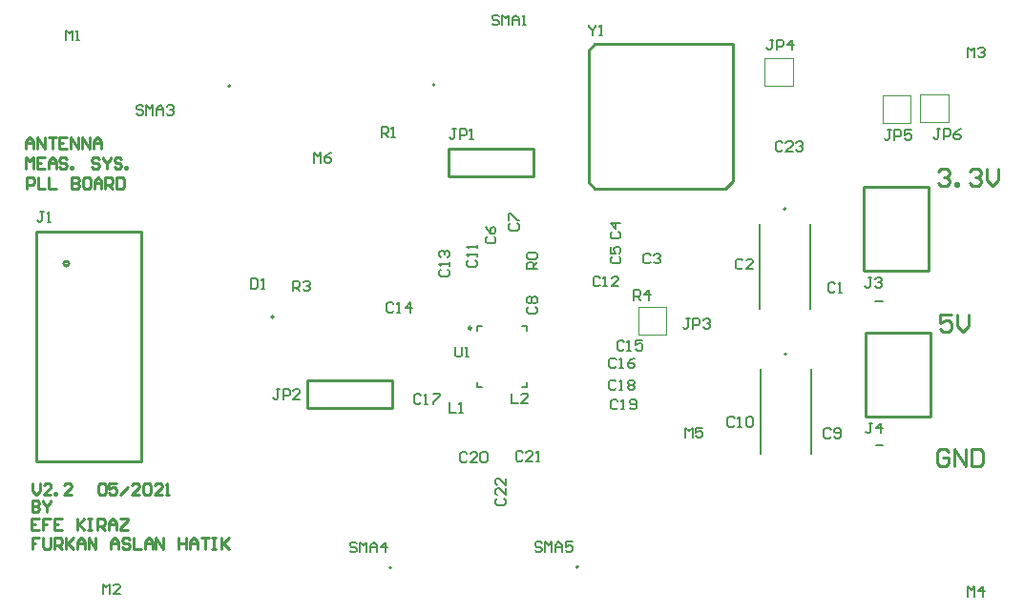
<source format=gto>
G04*
G04 #@! TF.GenerationSoftware,Altium Limited,Altium Designer,21.1.1 (26)*
G04*
G04 Layer_Color=65535*
%FSLAX43Y43*%
%MOMM*%
G71*
G04*
G04 #@! TF.SameCoordinates,7D77D7A2-79D2-47A9-8A17-8AFE765D4546*
G04*
G04*
G04 #@! TF.FilePolarity,Positive*
G04*
G01*
G75*
%ADD10C,0.200*%
%ADD11C,0.250*%
%ADD12C,0.254*%
%ADD13C,0.050*%
%ADD14C,0.127*%
%ADD15C,0.180*%
G54D10*
X50548Y7325D02*
G03*
X50548Y7325I-100J0D01*
G01*
X37810Y50143D02*
G03*
X37810Y50143I-100J0D01*
G01*
X19698Y50025D02*
G03*
X19698Y50025I-100J0D01*
G01*
X33948Y7250D02*
G03*
X33948Y7250I-100J0D01*
G01*
X68960Y39110D02*
G03*
X68960Y39110I-100J0D01*
G01*
X69030Y26230D02*
G03*
X69030Y26230I-100J0D01*
G01*
X23510Y29525D02*
G03*
X23510Y29525I-100J0D01*
G01*
X41593Y28281D02*
Y28681D01*
X41993D01*
X45593D02*
X45993D01*
Y28281D02*
Y28681D01*
Y23281D02*
Y23681D01*
X45593Y23281D02*
X45993D01*
X41593D02*
Y23681D01*
Y23281D02*
X41993D01*
G54D11*
X41068Y28531D02*
G03*
X41068Y28531I-125J0D01*
G01*
G54D12*
X5347Y34250D02*
G03*
X5347Y34250I-224J0D01*
G01*
X64275Y41560D02*
Y53735D01*
X63625Y40910D02*
X64275Y41560D01*
X51450Y41460D02*
X52000Y40910D01*
X63625D01*
X52025Y53735D02*
X64275D01*
X51450Y53160D02*
X52025Y53735D01*
X51450Y41460D02*
Y53160D01*
X75875Y41050D02*
X81625D01*
Y33650D02*
Y41050D01*
X75875Y33650D02*
X81625D01*
X75875D02*
Y41050D01*
X76035Y20690D02*
Y28090D01*
Y20690D02*
X81785D01*
Y28090D01*
X76035D02*
X81785D01*
X34023Y22650D02*
Y23900D01*
X26523D02*
X34023D01*
X26523Y21400D02*
Y23900D01*
Y21400D02*
X34023D01*
Y22650D01*
X46573Y42000D02*
Y43250D01*
X39073Y42000D02*
X46573D01*
X39073D02*
Y44500D01*
X46573D01*
Y43250D02*
Y44500D01*
X2473Y37125D02*
X11773D01*
X2473Y16650D02*
Y37125D01*
X11773Y16650D02*
Y37125D01*
X8623Y16650D02*
X11773D01*
X2473D02*
X8623D01*
X1534Y44493D02*
Y45160D01*
X1867Y45493D01*
X2200Y45160D01*
Y44493D01*
Y44993D01*
X1534D01*
X2534Y44493D02*
Y45493D01*
X3200Y44493D01*
Y45493D01*
X3533D02*
X4200D01*
X3867D01*
Y44493D01*
X5199Y45493D02*
X4533D01*
Y44493D01*
X5199D01*
X4533Y44993D02*
X4866D01*
X5533Y44493D02*
Y45493D01*
X6199Y44493D01*
Y45493D01*
X6532Y44493D02*
Y45493D01*
X7199Y44493D01*
Y45493D01*
X7532Y44493D02*
Y45160D01*
X7865Y45493D01*
X8199Y45160D01*
Y44493D01*
Y44993D01*
X7532D01*
X1534Y42684D02*
Y43684D01*
X1867Y43350D01*
X2200Y43684D01*
Y42684D01*
X3200Y43684D02*
X2534D01*
Y42684D01*
X3200D01*
X2534Y43184D02*
X2867D01*
X3533Y42684D02*
Y43350D01*
X3867Y43684D01*
X4200Y43350D01*
Y42684D01*
Y43184D01*
X3533D01*
X5199Y43517D02*
X5033Y43684D01*
X4700D01*
X4533Y43517D01*
Y43350D01*
X4700Y43184D01*
X5033D01*
X5199Y43017D01*
Y42851D01*
X5033Y42684D01*
X4700D01*
X4533Y42851D01*
X5533Y42684D02*
Y42851D01*
X5699D01*
Y42684D01*
X5533D01*
X8032Y43517D02*
X7865Y43684D01*
X7532D01*
X7365Y43517D01*
Y43350D01*
X7532Y43184D01*
X7865D01*
X8032Y43017D01*
Y42851D01*
X7865Y42684D01*
X7532D01*
X7365Y42851D01*
X8365Y43684D02*
Y43517D01*
X8698Y43184D01*
X9032Y43517D01*
Y43684D01*
X8698Y43184D02*
Y42684D01*
X10031Y43517D02*
X9865Y43684D01*
X9531D01*
X9365Y43517D01*
Y43350D01*
X9531Y43184D01*
X9865D01*
X10031Y43017D01*
Y42851D01*
X9865Y42684D01*
X9531D01*
X9365Y42851D01*
X10364Y42684D02*
Y42851D01*
X10531D01*
Y42684D01*
X10364D01*
X1594Y40944D02*
Y41944D01*
X2094D01*
X2260Y41777D01*
Y41444D01*
X2094Y41277D01*
X1594D01*
X2594Y41944D02*
Y40944D01*
X3260D01*
X3593Y41944D02*
Y40944D01*
X4260D01*
X5593Y41944D02*
Y40944D01*
X6093D01*
X6259Y41111D01*
Y41277D01*
X6093Y41444D01*
X5593D01*
X6093D01*
X6259Y41610D01*
Y41777D01*
X6093Y41944D01*
X5593D01*
X7092D02*
X6759D01*
X6592Y41777D01*
Y41111D01*
X6759Y40944D01*
X7092D01*
X7259Y41111D01*
Y41777D01*
X7092Y41944D01*
X7592Y40944D02*
Y41610D01*
X7925Y41944D01*
X8259Y41610D01*
Y40944D01*
Y41444D01*
X7592D01*
X8592Y40944D02*
Y41944D01*
X9092D01*
X9258Y41777D01*
Y41444D01*
X9092Y41277D01*
X8592D01*
X8925D02*
X9258Y40944D01*
X9591Y41944D02*
Y40944D01*
X10091D01*
X10258Y41111D01*
Y41777D01*
X10091Y41944D01*
X9591D01*
X2104Y14734D02*
Y14067D01*
X2437Y13734D01*
X2770Y14067D01*
Y14734D01*
X3770Y13734D02*
X3104D01*
X3770Y14400D01*
Y14567D01*
X3604Y14734D01*
X3270D01*
X3104Y14567D01*
X4103Y13734D02*
Y13901D01*
X4270D01*
Y13734D01*
X4103D01*
X5603D02*
X4936D01*
X5603Y14400D01*
Y14567D01*
X5436Y14734D01*
X5103D01*
X4936Y14567D01*
X7935D02*
X8102Y14734D01*
X8435D01*
X8602Y14567D01*
Y13901D01*
X8435Y13734D01*
X8102D01*
X7935Y13901D01*
Y14567D01*
X9602Y14734D02*
X8935D01*
Y14234D01*
X9268Y14400D01*
X9435D01*
X9602Y14234D01*
Y13901D01*
X9435Y13734D01*
X9102D01*
X8935Y13901D01*
X9935Y13734D02*
X10601Y14400D01*
X11601Y13734D02*
X10934D01*
X11601Y14400D01*
Y14567D01*
X11434Y14734D01*
X11101D01*
X10934Y14567D01*
X11934D02*
X12101Y14734D01*
X12434D01*
X12601Y14567D01*
Y13901D01*
X12434Y13734D01*
X12101D01*
X11934Y13901D01*
Y14567D01*
X13600Y13734D02*
X12934D01*
X13600Y14400D01*
Y14567D01*
X13434Y14734D01*
X13100D01*
X12934Y14567D01*
X13934Y13734D02*
X14267D01*
X14100D01*
Y14734D01*
X13934Y14567D01*
X2750Y9894D02*
X2084D01*
Y9394D01*
X2417D01*
X2084D01*
Y8894D01*
X3084Y9894D02*
Y9061D01*
X3250Y8894D01*
X3584D01*
X3750Y9061D01*
Y9894D01*
X4083Y8894D02*
Y9894D01*
X4583D01*
X4750Y9727D01*
Y9394D01*
X4583Y9227D01*
X4083D01*
X4417D02*
X4750Y8894D01*
X5083Y9894D02*
Y8894D01*
Y9227D01*
X5749Y9894D01*
X5250Y9394D01*
X5749Y8894D01*
X6083D02*
Y9560D01*
X6416Y9894D01*
X6749Y9560D01*
Y8894D01*
Y9394D01*
X6083D01*
X7082Y8894D02*
Y9894D01*
X7749Y8894D01*
Y9894D01*
X9082Y8894D02*
Y9560D01*
X9415Y9894D01*
X9748Y9560D01*
Y8894D01*
Y9394D01*
X9082D01*
X10748Y9727D02*
X10581Y9894D01*
X10248D01*
X10081Y9727D01*
Y9560D01*
X10248Y9394D01*
X10581D01*
X10748Y9227D01*
Y9061D01*
X10581Y8894D01*
X10248D01*
X10081Y9061D01*
X11081Y9894D02*
Y8894D01*
X11748D01*
X12081D02*
Y9560D01*
X12414Y9894D01*
X12747Y9560D01*
Y8894D01*
Y9394D01*
X12081D01*
X13080Y8894D02*
Y9894D01*
X13747Y8894D01*
Y9894D01*
X15080D02*
Y8894D01*
Y9394D01*
X15746D01*
Y9894D01*
Y8894D01*
X16079D02*
Y9560D01*
X16413Y9894D01*
X16746Y9560D01*
Y8894D01*
Y9394D01*
X16079D01*
X17079Y9894D02*
X17746D01*
X17412D01*
Y8894D01*
X18079Y9894D02*
X18412D01*
X18245D01*
Y8894D01*
X18079D01*
X18412D01*
X18912Y9894D02*
Y8894D01*
Y9227D01*
X19578Y9894D01*
X19079Y9394D01*
X19578Y8894D01*
X2084Y13214D02*
Y12214D01*
X2584D01*
X2750Y12381D01*
Y12547D01*
X2584Y12714D01*
X2084D01*
X2584D01*
X2750Y12880D01*
Y13047D01*
X2584Y13214D01*
X2084D01*
X3084D02*
Y13047D01*
X3417Y12714D01*
X3750Y13047D01*
Y13214D01*
X3417Y12714D02*
Y12214D01*
X2730Y11604D02*
X2064D01*
Y10604D01*
X2730D01*
X2064Y11104D02*
X2397D01*
X3730Y11604D02*
X3064D01*
Y11104D01*
X3397D01*
X3064D01*
Y10604D01*
X4730Y11604D02*
X4063D01*
Y10604D01*
X4730D01*
X4063Y11104D02*
X4397D01*
X6063Y11604D02*
Y10604D01*
Y10937D01*
X6729Y11604D01*
X6229Y11104D01*
X6729Y10604D01*
X7062Y11604D02*
X7396D01*
X7229D01*
Y10604D01*
X7062D01*
X7396D01*
X7895D02*
Y11604D01*
X8395D01*
X8562Y11437D01*
Y11104D01*
X8395Y10937D01*
X7895D01*
X8229D02*
X8562Y10604D01*
X8895D02*
Y11270D01*
X9228Y11604D01*
X9562Y11270D01*
Y10604D01*
Y11104D01*
X8895D01*
X9895Y11604D02*
X10561D01*
Y11437D01*
X9895Y10771D01*
Y10604D01*
X10561D01*
X82504Y42394D02*
X82758Y42648D01*
X83266D01*
X83520Y42394D01*
Y42140D01*
X83266Y41886D01*
X83012D01*
X83266D01*
X83520Y41632D01*
Y41378D01*
X83266Y41124D01*
X82758D01*
X82504Y41378D01*
X84028Y41124D02*
Y41378D01*
X84281D01*
Y41124D01*
X84028D01*
X85297Y42394D02*
X85551Y42648D01*
X86059D01*
X86313Y42394D01*
Y42140D01*
X86059Y41886D01*
X85805D01*
X86059D01*
X86313Y41632D01*
Y41378D01*
X86059Y41124D01*
X85551D01*
X85297Y41378D01*
X86821Y42648D02*
Y41632D01*
X87328Y41124D01*
X87836Y41632D01*
Y42648D01*
X83390Y17534D02*
X83136Y17788D01*
X82628D01*
X82374Y17534D01*
Y16518D01*
X82628Y16264D01*
X83136D01*
X83390Y16518D01*
Y17026D01*
X82882D01*
X83898Y16264D02*
Y17788D01*
X84913Y16264D01*
Y17788D01*
X85421D02*
Y16264D01*
X86183D01*
X86437Y16518D01*
Y17534D01*
X86183Y17788D01*
X85421D01*
X83650Y29758D02*
X82634D01*
Y28996D01*
X83142Y29250D01*
X83396D01*
X83650Y28996D01*
Y28488D01*
X83396Y28234D01*
X82888D01*
X82634Y28488D01*
X84158Y29758D02*
Y28742D01*
X84665Y28234D01*
X85173Y28742D01*
Y29758D01*
G54D13*
X67100Y50028D02*
Y52502D01*
X69575D01*
X67100Y50028D02*
X69575D01*
Y52502D01*
X58375Y27917D02*
Y30392D01*
X55900Y27917D02*
X58375D01*
X55900Y30392D02*
X58375D01*
X55900Y27917D02*
Y30392D01*
X83365Y46838D02*
Y49312D01*
X80890Y46838D02*
X83365D01*
X80890Y49312D02*
X83365D01*
X80890Y46838D02*
Y49312D01*
X79995Y46748D02*
Y49222D01*
X77520Y46748D02*
X79995D01*
X77520Y49222D02*
X79995D01*
X77520Y46748D02*
Y49222D01*
G54D14*
X66610Y30280D02*
Y37780D01*
X71110Y30280D02*
Y37780D01*
X66680Y17400D02*
Y24900D01*
X71180Y17400D02*
Y24900D01*
G54D15*
X27120Y43220D02*
Y44120D01*
X27420Y43820D01*
X27720Y44120D01*
Y43220D01*
X28620Y44120D02*
X28320Y43970D01*
X28020Y43670D01*
Y43370D01*
X28170Y43220D01*
X28470D01*
X28620Y43370D01*
Y43520D01*
X28470Y43670D01*
X28020D01*
X60070Y18790D02*
Y19690D01*
X60370Y19390D01*
X60670Y19690D01*
Y18790D01*
X61570Y19690D02*
X60970D01*
Y19240D01*
X61270Y19390D01*
X61420D01*
X61570Y19240D01*
Y18940D01*
X61420Y18790D01*
X61120D01*
X60970Y18940D01*
X68660Y44980D02*
X68510Y45130D01*
X68210D01*
X68060Y44980D01*
Y44380D01*
X68210Y44230D01*
X68510D01*
X68660Y44380D01*
X69560Y44230D02*
X68960D01*
X69560Y44830D01*
Y44980D01*
X69410Y45130D01*
X69110D01*
X68960Y44980D01*
X69860D02*
X70010Y45130D01*
X70310D01*
X70460Y44980D01*
Y44830D01*
X70310Y44680D01*
X70160D01*
X70310D01*
X70460Y44530D01*
Y44380D01*
X70310Y44230D01*
X70010D01*
X69860Y44380D01*
X82660Y46200D02*
X82360D01*
X82510D01*
Y45450D01*
X82360Y45300D01*
X82210D01*
X82060Y45450D01*
X82960Y45300D02*
Y46200D01*
X83410D01*
X83560Y46050D01*
Y45750D01*
X83410Y45600D01*
X82960D01*
X84460Y46200D02*
X84160Y46050D01*
X83860Y45750D01*
Y45450D01*
X84010Y45300D01*
X84310D01*
X84460Y45450D01*
Y45600D01*
X84310Y45750D01*
X83860D01*
X78300Y46130D02*
X78000D01*
X78150D01*
Y45380D01*
X78000Y45230D01*
X77850D01*
X77700Y45380D01*
X78600Y45230D02*
Y46130D01*
X79050D01*
X79200Y45980D01*
Y45680D01*
X79050Y45530D01*
X78600D01*
X80100Y46130D02*
X79500D01*
Y45680D01*
X79800Y45830D01*
X79950D01*
X80100Y45680D01*
Y45380D01*
X79950Y45230D01*
X79650D01*
X79500Y45380D01*
X67858Y54148D02*
X67558D01*
X67708D01*
Y53398D01*
X67558Y53248D01*
X67408D01*
X67258Y53398D01*
X68158Y53248D02*
Y54148D01*
X68607D01*
X68757Y53998D01*
Y53698D01*
X68607Y53548D01*
X68158D01*
X69507Y53248D02*
Y54148D01*
X69057Y53698D01*
X69657D01*
X60440Y29390D02*
X60140D01*
X60290D01*
Y28640D01*
X60140Y28490D01*
X59990D01*
X59840Y28640D01*
X60740Y28490D02*
Y29390D01*
X61190D01*
X61340Y29240D01*
Y28940D01*
X61190Y28790D01*
X60740D01*
X61640Y29240D02*
X61790Y29390D01*
X62090D01*
X62240Y29240D01*
Y29090D01*
X62090Y28940D01*
X61940D01*
X62090D01*
X62240Y28790D01*
Y28640D01*
X62090Y28490D01*
X61790D01*
X61640Y28640D01*
X85120Y4700D02*
Y5600D01*
X85420Y5300D01*
X85720Y5600D01*
Y4700D01*
X86470D02*
Y5600D01*
X86020Y5150D01*
X86620D01*
X85100Y52570D02*
Y53470D01*
X85400Y53170D01*
X85700Y53470D01*
Y52570D01*
X86000Y53320D02*
X86150Y53470D01*
X86450D01*
X86600Y53320D01*
Y53170D01*
X86450Y53020D01*
X86300D01*
X86450D01*
X86600Y52870D01*
Y52720D01*
X86450Y52570D01*
X86150D01*
X86000Y52720D01*
X8380Y4900D02*
Y5800D01*
X8680Y5500D01*
X8980Y5800D01*
Y4900D01*
X9880D02*
X9280D01*
X9880Y5500D01*
Y5650D01*
X9730Y5800D01*
X9430D01*
X9280Y5650D01*
X5090Y54100D02*
Y55000D01*
X5390Y54700D01*
X5690Y55000D01*
Y54100D01*
X5990D02*
X6290D01*
X6140D01*
Y55000D01*
X5990Y54850D01*
X39620Y26880D02*
Y26130D01*
X39770Y25980D01*
X40070D01*
X40220Y26130D01*
Y26880D01*
X40520Y25980D02*
X40820D01*
X40670D01*
Y26880D01*
X40520Y26730D01*
X51510Y55443D02*
Y55293D01*
X51810Y54993D01*
X52110Y55293D01*
Y55443D01*
X51810Y54993D02*
Y54543D01*
X52410D02*
X52709D01*
X52560D01*
Y55443D01*
X52410Y55293D01*
X47310Y9390D02*
X47160Y9540D01*
X46860D01*
X46711Y9390D01*
Y9240D01*
X46860Y9090D01*
X47160D01*
X47310Y8940D01*
Y8790D01*
X47160Y8640D01*
X46860D01*
X46711Y8790D01*
X47610Y8640D02*
Y9540D01*
X47910Y9240D01*
X48210Y9540D01*
Y8640D01*
X48510D02*
Y9240D01*
X48810Y9540D01*
X49110Y9240D01*
Y8640D01*
Y9090D01*
X48510D01*
X50009Y9540D02*
X49410D01*
Y9090D01*
X49710Y9240D01*
X49860D01*
X50009Y9090D01*
Y8790D01*
X49860Y8640D01*
X49560D01*
X49410Y8790D01*
X30890Y9370D02*
X30740Y9520D01*
X30440D01*
X30291Y9370D01*
Y9220D01*
X30440Y9070D01*
X30740D01*
X30890Y8920D01*
Y8770D01*
X30740Y8620D01*
X30440D01*
X30291Y8770D01*
X31190Y8620D02*
Y9520D01*
X31490Y9220D01*
X31790Y9520D01*
Y8620D01*
X32090D02*
Y9220D01*
X32390Y9520D01*
X32690Y9220D01*
Y8620D01*
Y9070D01*
X32090D01*
X33440Y8620D02*
Y9520D01*
X32990Y9070D01*
X33589D01*
X11930Y48200D02*
X11780Y48350D01*
X11480D01*
X11331Y48200D01*
Y48050D01*
X11480Y47900D01*
X11780D01*
X11930Y47750D01*
Y47600D01*
X11780Y47450D01*
X11480D01*
X11331Y47600D01*
X12230Y47450D02*
Y48350D01*
X12530Y48050D01*
X12830Y48350D01*
Y47450D01*
X13130D02*
Y48050D01*
X13430Y48350D01*
X13730Y48050D01*
Y47450D01*
Y47900D01*
X13130D01*
X14030Y48200D02*
X14180Y48350D01*
X14480D01*
X14629Y48200D01*
Y48050D01*
X14480Y47900D01*
X14330D01*
X14480D01*
X14629Y47750D01*
Y47600D01*
X14480Y47450D01*
X14180D01*
X14030Y47600D01*
X43500Y56190D02*
X43350Y56340D01*
X43050D01*
X42900Y56190D01*
Y56040D01*
X43050Y55890D01*
X43350D01*
X43500Y55740D01*
Y55590D01*
X43350Y55440D01*
X43050D01*
X42900Y55590D01*
X43800Y55440D02*
Y56340D01*
X44100Y56040D01*
X44400Y56340D01*
Y55440D01*
X44700D02*
Y56040D01*
X45000Y56340D01*
X45300Y56040D01*
Y55440D01*
Y55890D01*
X44700D01*
X45600Y55440D02*
X45900D01*
X45750D01*
Y56340D01*
X45600Y56190D01*
X55480Y31030D02*
Y31930D01*
X55930D01*
X56080Y31780D01*
Y31480D01*
X55930Y31330D01*
X55480D01*
X55780D02*
X56080Y31030D01*
X56830D02*
Y31930D01*
X56380Y31480D01*
X56980D01*
X25230Y31830D02*
Y32730D01*
X25680D01*
X25830Y32580D01*
Y32280D01*
X25680Y32130D01*
X25230D01*
X25530D02*
X25830Y31830D01*
X26130Y32580D02*
X26280Y32730D01*
X26580D01*
X26730Y32580D01*
Y32430D01*
X26580Y32280D01*
X26430D01*
X26580D01*
X26730Y32130D01*
Y31980D01*
X26580Y31830D01*
X26280D01*
X26130Y31980D01*
X33090Y45520D02*
Y46420D01*
X33540D01*
X33690Y46270D01*
Y45970D01*
X33540Y45820D01*
X33090D01*
X33390D02*
X33690Y45520D01*
X33990D02*
X34290D01*
X34140D01*
Y46420D01*
X33990Y46270D01*
X46900Y33770D02*
X46000D01*
Y34220D01*
X46150Y34370D01*
X46450D01*
X46600Y34220D01*
Y33770D01*
Y34070D02*
X46900Y34370D01*
X46150Y34670D02*
X46000Y34820D01*
Y35120D01*
X46150Y35270D01*
X46750D01*
X46900Y35120D01*
Y34820D01*
X46750Y34670D01*
X46150D01*
X44600Y22730D02*
Y21830D01*
X45200D01*
X46100D02*
X45500D01*
X46100Y22430D01*
Y22580D01*
X45950Y22730D01*
X45650D01*
X45500Y22580D01*
X39090Y21940D02*
Y21041D01*
X39690D01*
X39990D02*
X40289D01*
X40139D01*
Y21940D01*
X39990Y21790D01*
X24060Y23110D02*
X23760D01*
X23910D01*
Y22360D01*
X23760Y22210D01*
X23610D01*
X23460Y22360D01*
X24360Y22210D02*
Y23110D01*
X24810D01*
X24960Y22960D01*
Y22660D01*
X24810Y22510D01*
X24360D01*
X25860Y22210D02*
X25260D01*
X25860Y22810D01*
Y22960D01*
X25710Y23110D01*
X25410D01*
X25260Y22960D01*
X39715Y46223D02*
X39415D01*
X39565D01*
Y45473D01*
X39415Y45323D01*
X39265D01*
X39115Y45473D01*
X40014Y45323D02*
Y46223D01*
X40464D01*
X40614Y46073D01*
Y45773D01*
X40464Y45623D01*
X40014D01*
X40914Y45323D02*
X41214D01*
X41064D01*
Y46223D01*
X40914Y46073D01*
X76635Y20107D02*
X76335D01*
X76485D01*
Y19357D01*
X76335Y19207D01*
X76185D01*
X76035Y19357D01*
X77384Y19207D02*
Y20107D01*
X76934Y19657D01*
X77534D01*
X76995Y18117D02*
X77594D01*
X76570Y33040D02*
X76270D01*
X76420D01*
Y32290D01*
X76270Y32140D01*
X76120D01*
X75970Y32290D01*
X76870Y32890D02*
X77020Y33040D01*
X77320D01*
X77470Y32890D01*
Y32740D01*
X77320Y32590D01*
X77170D01*
X77320D01*
X77470Y32440D01*
Y32290D01*
X77320Y32140D01*
X77020D01*
X76870Y32290D01*
X76920Y30890D02*
X77520D01*
X3138Y38832D02*
X2839D01*
X2989D01*
Y38082D01*
X2839Y37932D01*
X2689D01*
X2539Y38082D01*
X3438Y37932D02*
X3738D01*
X3588D01*
Y38832D01*
X3438Y38682D01*
X21520Y32940D02*
Y32040D01*
X21970D01*
X22120Y32190D01*
Y32790D01*
X21970Y32940D01*
X21520D01*
X22420Y32040D02*
X22720D01*
X22570D01*
Y32940D01*
X22420Y32790D01*
X43360Y13400D02*
X43210Y13250D01*
Y12950D01*
X43360Y12800D01*
X43960D01*
X44110Y12950D01*
Y13250D01*
X43960Y13400D01*
X44110Y14300D02*
Y13700D01*
X43510Y14300D01*
X43360D01*
X43210Y14150D01*
Y13850D01*
X43360Y13700D01*
X44110Y15200D02*
Y14600D01*
X43510Y15200D01*
X43360D01*
X43210Y15050D01*
Y14750D01*
X43360Y14600D01*
X45620Y17460D02*
X45470Y17610D01*
X45170D01*
X45020Y17460D01*
Y16860D01*
X45170Y16710D01*
X45470D01*
X45620Y16860D01*
X46520Y16710D02*
X45920D01*
X46520Y17310D01*
Y17460D01*
X46370Y17610D01*
X46070D01*
X45920Y17460D01*
X46820Y16710D02*
X47120D01*
X46970D01*
Y17610D01*
X46820Y17460D01*
X40670Y17380D02*
X40520Y17530D01*
X40220D01*
X40070Y17380D01*
Y16780D01*
X40220Y16630D01*
X40520D01*
X40670Y16780D01*
X41570Y16630D02*
X40970D01*
X41570Y17230D01*
Y17380D01*
X41420Y17530D01*
X41120D01*
X40970Y17380D01*
X41870D02*
X42020Y17530D01*
X42320D01*
X42470Y17380D01*
Y16780D01*
X42320Y16630D01*
X42020D01*
X41870Y16780D01*
Y17380D01*
X54047Y22065D02*
X53897Y22215D01*
X53597D01*
X53447Y22065D01*
Y21465D01*
X53597Y21315D01*
X53897D01*
X54047Y21465D01*
X54347Y21315D02*
X54646D01*
X54497D01*
Y22215D01*
X54347Y22065D01*
X55096Y21465D02*
X55246Y21315D01*
X55546D01*
X55696Y21465D01*
Y22065D01*
X55546Y22215D01*
X55246D01*
X55096Y22065D01*
Y21915D01*
X55246Y21765D01*
X55696D01*
X53885Y23770D02*
X53735Y23920D01*
X53435D01*
X53285Y23770D01*
Y23170D01*
X53435Y23020D01*
X53735D01*
X53885Y23170D01*
X54185Y23020D02*
X54485D01*
X54335D01*
Y23920D01*
X54185Y23770D01*
X54935D02*
X55085Y23920D01*
X55385D01*
X55535Y23770D01*
Y23620D01*
X55385Y23470D01*
X55535Y23320D01*
Y23170D01*
X55385Y23020D01*
X55085D01*
X54935Y23170D01*
Y23320D01*
X55085Y23470D01*
X54935Y23620D01*
Y23770D01*
X55085Y23470D02*
X55385D01*
X36595Y22520D02*
X36445Y22670D01*
X36145D01*
X35995Y22520D01*
Y21920D01*
X36145Y21770D01*
X36445D01*
X36595Y21920D01*
X36895Y21770D02*
X37195D01*
X37045D01*
Y22670D01*
X36895Y22520D01*
X37645Y22670D02*
X38245D01*
Y22520D01*
X37645Y21920D01*
Y21770D01*
X53895Y25720D02*
X53745Y25870D01*
X53445D01*
X53295Y25720D01*
Y25120D01*
X53445Y24970D01*
X53745D01*
X53895Y25120D01*
X54195Y24970D02*
X54495D01*
X54345D01*
Y25870D01*
X54195Y25720D01*
X55545Y25870D02*
X55245Y25720D01*
X54945Y25420D01*
Y25120D01*
X55095Y24970D01*
X55395D01*
X55545Y25120D01*
Y25270D01*
X55395Y25420D01*
X54945D01*
X54605Y27300D02*
X54455Y27450D01*
X54155D01*
X54005Y27300D01*
Y26700D01*
X54155Y26550D01*
X54455D01*
X54605Y26700D01*
X54905Y26550D02*
X55205D01*
X55055D01*
Y27450D01*
X54905Y27300D01*
X56255Y27450D02*
X55655D01*
Y27000D01*
X55955Y27150D01*
X56105D01*
X56255Y27000D01*
Y26700D01*
X56105Y26550D01*
X55805D01*
X55655Y26700D01*
X34155Y30650D02*
X34005Y30800D01*
X33705D01*
X33555Y30650D01*
Y30050D01*
X33705Y29900D01*
X34005D01*
X34155Y30050D01*
X34455Y29900D02*
X34755D01*
X34605D01*
Y30800D01*
X34455Y30650D01*
X35655Y29900D02*
Y30800D01*
X35205Y30350D01*
X35805D01*
X38360Y33745D02*
X38210Y33595D01*
Y33295D01*
X38360Y33145D01*
X38960D01*
X39110Y33295D01*
Y33595D01*
X38960Y33745D01*
X39110Y34045D02*
Y34345D01*
Y34195D01*
X38210D01*
X38360Y34045D01*
Y34795D02*
X38210Y34945D01*
Y35245D01*
X38360Y35395D01*
X38510D01*
X38660Y35245D01*
Y35095D01*
Y35245D01*
X38810Y35395D01*
X38960D01*
X39110Y35245D01*
Y34945D01*
X38960Y34795D01*
X52465Y32980D02*
X52315Y33130D01*
X52015D01*
X51865Y32980D01*
Y32380D01*
X52015Y32230D01*
X52315D01*
X52465Y32380D01*
X52765Y32230D02*
X53065D01*
X52915D01*
Y33130D01*
X52765Y32980D01*
X54115Y32230D02*
X53515D01*
X54115Y32830D01*
Y32980D01*
X53965Y33130D01*
X53665D01*
X53515Y32980D01*
X40830Y34575D02*
X40680Y34425D01*
Y34125D01*
X40830Y33975D01*
X41430D01*
X41580Y34125D01*
Y34425D01*
X41430Y34575D01*
X41580Y34875D02*
Y35175D01*
Y35025D01*
X40680D01*
X40830Y34875D01*
X41580Y35625D02*
Y35925D01*
Y35775D01*
X40680D01*
X40830Y35625D01*
X64395Y20530D02*
X64245Y20680D01*
X63945D01*
X63795Y20530D01*
Y19930D01*
X63945Y19780D01*
X64245D01*
X64395Y19930D01*
X64695Y19780D02*
X64995D01*
X64845D01*
Y20680D01*
X64695Y20530D01*
X65445D02*
X65595Y20680D01*
X65895D01*
X66045Y20530D01*
Y19930D01*
X65895Y19780D01*
X65595D01*
X65445Y19930D01*
Y20530D01*
X72950Y19500D02*
X72800Y19650D01*
X72500D01*
X72350Y19500D01*
Y18900D01*
X72500Y18750D01*
X72800D01*
X72950Y18900D01*
X73250D02*
X73400Y18750D01*
X73700D01*
X73850Y18900D01*
Y19500D01*
X73700Y19650D01*
X73400D01*
X73250Y19500D01*
Y19350D01*
X73400Y19200D01*
X73850D01*
X46130Y30410D02*
X45980Y30260D01*
Y29960D01*
X46130Y29810D01*
X46730D01*
X46880Y29960D01*
Y30260D01*
X46730Y30410D01*
X46130Y30710D02*
X45980Y30860D01*
Y31160D01*
X46130Y31310D01*
X46280D01*
X46430Y31160D01*
X46580Y31310D01*
X46730D01*
X46880Y31160D01*
Y30860D01*
X46730Y30710D01*
X46580D01*
X46430Y30860D01*
X46280Y30710D01*
X46130D01*
X46430Y30860D02*
Y31160D01*
X44510Y37820D02*
X44360Y37670D01*
Y37370D01*
X44510Y37220D01*
X45110D01*
X45260Y37370D01*
Y37670D01*
X45110Y37820D01*
X44360Y38120D02*
Y38720D01*
X44510D01*
X45110Y38120D01*
X45260D01*
X42474Y36641D02*
X42324Y36491D01*
Y36191D01*
X42474Y36041D01*
X43073D01*
X43223Y36191D01*
Y36491D01*
X43073Y36641D01*
X42324Y37541D02*
X42474Y37241D01*
X42773Y36941D01*
X43073D01*
X43223Y37091D01*
Y37391D01*
X43073Y37541D01*
X42923D01*
X42773Y37391D01*
Y36941D01*
X53560Y34860D02*
X53410Y34710D01*
Y34410D01*
X53560Y34260D01*
X54160D01*
X54310Y34410D01*
Y34710D01*
X54160Y34860D01*
X53410Y35760D02*
Y35160D01*
X53860D01*
X53710Y35460D01*
Y35610D01*
X53860Y35760D01*
X54160D01*
X54310Y35610D01*
Y35310D01*
X54160Y35160D01*
X53540Y37080D02*
X53390Y36930D01*
Y36630D01*
X53540Y36480D01*
X54140D01*
X54290Y36630D01*
Y36930D01*
X54140Y37080D01*
X54290Y37830D02*
X53390D01*
X53840Y37380D01*
Y37980D01*
X56950Y35020D02*
X56800Y35170D01*
X56500D01*
X56350Y35020D01*
Y34420D01*
X56500Y34270D01*
X56800D01*
X56950Y34420D01*
X57250Y35020D02*
X57400Y35170D01*
X57700D01*
X57850Y35020D01*
Y34870D01*
X57700Y34720D01*
X57550D01*
X57700D01*
X57850Y34570D01*
Y34420D01*
X57700Y34270D01*
X57400D01*
X57250Y34420D01*
X65150Y34520D02*
X65000Y34670D01*
X64700D01*
X64550Y34520D01*
Y33920D01*
X64700Y33770D01*
X65000D01*
X65150Y33920D01*
X66050Y33770D02*
X65450D01*
X66050Y34370D01*
Y34520D01*
X65900Y34670D01*
X65600D01*
X65450Y34520D01*
X73340Y32440D02*
X73190Y32590D01*
X72890D01*
X72740Y32440D01*
Y31840D01*
X72890Y31690D01*
X73190D01*
X73340Y31840D01*
X73640Y31690D02*
X73940D01*
X73790D01*
Y32590D01*
X73640Y32440D01*
M02*

</source>
